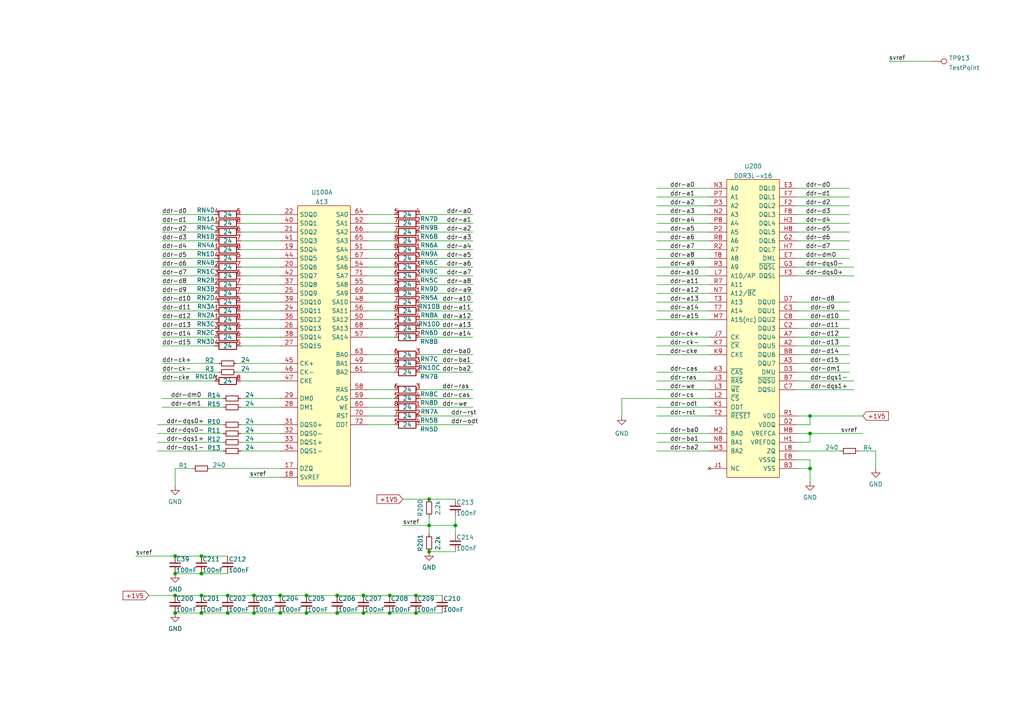
<source format=kicad_sch>
(kicad_sch (version 20211123) (generator eeschema)
  (paper "A4")
  (junction (at 120.65 172.72))
  (junction (at 105.41 177.8))
  (junction (at 124.46 144.78))
  (junction (at 58.42 166.37))
  (junction (at 88.9 177.8))
  (junction (at 234.95 120.65))
  (junction (at 81.28 177.8))
  (junction (at 120.65 177.8))
  (junction (at 113.03 172.72))
  (junction (at 50.8 166.37))
  (junction (at 58.42 161.29))
  (junction (at 66.04 172.72))
  (junction (at 50.8 172.72))
  (junction (at 124.46 152.4))
  (junction (at 81.28 172.72))
  (junction (at 66.04 177.8))
  (junction (at 113.03 177.8))
  (junction (at 88.9 172.72))
  (junction (at 97.79 172.72))
  (junction (at 50.8 177.8))
  (junction (at 58.42 177.8))
  (junction (at 234.95 125.73))
  (junction (at 73.66 177.8))
  (junction (at 234.95 135.89))
  (junction (at 132.08 152.4))
  (junction (at 58.42 172.72))
  (junction (at 105.41 172.72))
  (junction (at 73.66 172.72))
  (junction (at 124.46 160.02))
  (junction (at 97.79 177.8))
  (junction (at 50.8 161.29))
  (wire (pts (xy 121.92 97.79) (xy 137.16 97.79)))
  (wire (pts (xy 46.99 115.57) (xy 64.77 115.57)))
  (wire (pts (xy 106.68 85.09) (xy 114.3 85.09)))
  (wire (pts (xy 106.68 74.93) (xy 114.3 74.93)))
  (wire (pts (xy 121.92 102.87) (xy 137.16 102.87)))
  (wire (pts (xy 190.5 67.31) (xy 205.74 67.31)))
  (wire (pts (xy 234.95 123.19) (xy 234.95 120.65)))
  (wire (pts (xy 234.95 135.89) (xy 234.95 139.7)))
  (wire (pts (xy 121.92 107.95) (xy 137.16 107.95)))
  (wire (pts (xy 73.66 177.8) (xy 81.28 177.8)))
  (wire (pts (xy 190.5 85.09) (xy 205.74 85.09)))
  (wire (pts (xy 190.5 77.47) (xy 205.74 77.47)))
  (wire (pts (xy 106.68 92.71) (xy 114.3 92.71)))
  (wire (pts (xy 50.8 172.72) (xy 58.42 172.72)))
  (wire (pts (xy 180.34 115.57) (xy 180.34 120.65)))
  (wire (pts (xy 190.5 64.77) (xy 205.74 64.77)))
  (wire (pts (xy 121.92 62.23) (xy 137.16 62.23)))
  (wire (pts (xy 106.68 97.79) (xy 114.3 97.79)))
  (wire (pts (xy 69.85 64.77) (xy 81.28 64.77)))
  (wire (pts (xy 234.95 128.27) (xy 234.95 125.73)))
  (wire (pts (xy 45.72 128.27) (xy 64.77 128.27)))
  (wire (pts (xy 106.68 123.19) (xy 114.3 123.19)))
  (wire (pts (xy 120.65 177.8) (xy 128.27 177.8)))
  (wire (pts (xy 190.5 57.15) (xy 205.74 57.15)))
  (wire (pts (xy 46.99 107.95) (xy 63.5 107.95)))
  (wire (pts (xy 106.68 95.25) (xy 114.3 95.25)))
  (wire (pts (xy 45.72 130.81) (xy 64.77 130.81)))
  (wire (pts (xy 190.5 113.03) (xy 205.74 113.03)))
  (wire (pts (xy 69.85 77.47) (xy 81.28 77.47)))
  (wire (pts (xy 46.99 62.23) (xy 62.23 62.23)))
  (wire (pts (xy 132.08 149.86) (xy 132.08 152.4)))
  (wire (pts (xy 124.46 160.02) (xy 132.08 160.02)))
  (wire (pts (xy 121.92 120.65) (xy 137.16 120.65)))
  (wire (pts (xy 60.96 135.89) (xy 81.28 135.89)))
  (wire (pts (xy 190.5 80.01) (xy 205.74 80.01)))
  (wire (pts (xy 116.84 152.4) (xy 124.46 152.4)))
  (wire (pts (xy 190.5 120.65) (xy 205.74 120.65)))
  (wire (pts (xy 72.39 138.43) (xy 81.28 138.43)))
  (wire (pts (xy 50.8 177.8) (xy 58.42 177.8)))
  (wire (pts (xy 105.41 177.8) (xy 113.03 177.8)))
  (wire (pts (xy 46.99 82.55) (xy 62.23 82.55)))
  (wire (pts (xy 66.04 177.8) (xy 73.66 177.8)))
  (wire (pts (xy 106.68 115.57) (xy 114.3 115.57)))
  (wire (pts (xy 46.99 92.71) (xy 62.23 92.71)))
  (wire (pts (xy 69.85 128.27) (xy 81.28 128.27)))
  (wire (pts (xy 231.14 69.85) (xy 246.38 69.85)))
  (wire (pts (xy 124.46 152.4) (xy 132.08 152.4)))
  (wire (pts (xy 106.68 120.65) (xy 114.3 120.65)))
  (wire (pts (xy 234.95 133.35) (xy 234.95 135.89)))
  (wire (pts (xy 69.85 100.33) (xy 81.28 100.33)))
  (wire (pts (xy 121.92 113.03) (xy 137.16 113.03)))
  (wire (pts (xy 121.92 74.93) (xy 137.16 74.93)))
  (wire (pts (xy 46.99 105.41) (xy 63.5 105.41)))
  (wire (pts (xy 120.65 172.72) (xy 128.27 172.72)))
  (wire (pts (xy 69.85 90.17) (xy 81.28 90.17)))
  (wire (pts (xy 46.99 72.39) (xy 62.23 72.39)))
  (wire (pts (xy 46.99 74.93) (xy 62.23 74.93)))
  (wire (pts (xy 190.5 130.81) (xy 205.74 130.81)))
  (wire (pts (xy 43.18 172.72) (xy 50.8 172.72)))
  (wire (pts (xy 46.99 87.63) (xy 62.23 87.63)))
  (wire (pts (xy 231.14 110.49) (xy 247.65 110.49)))
  (wire (pts (xy 190.5 69.85) (xy 205.74 69.85)))
  (wire (pts (xy 69.85 97.79) (xy 81.28 97.79)))
  (wire (pts (xy 231.14 64.77) (xy 246.38 64.77)))
  (wire (pts (xy 254 130.81) (xy 254 135.89)))
  (wire (pts (xy 231.14 92.71) (xy 246.38 92.71)))
  (wire (pts (xy 69.85 110.49) (xy 81.28 110.49)))
  (wire (pts (xy 234.95 120.65) (xy 250.19 120.65)))
  (wire (pts (xy 69.85 123.19) (xy 81.28 123.19)))
  (wire (pts (xy 69.85 67.31) (xy 81.28 67.31)))
  (wire (pts (xy 68.58 105.41) (xy 81.28 105.41)))
  (wire (pts (xy 39.37 161.29) (xy 50.8 161.29)))
  (wire (pts (xy 116.84 144.78) (xy 124.46 144.78)))
  (wire (pts (xy 58.42 161.29) (xy 66.04 161.29)))
  (wire (pts (xy 190.5 102.87) (xy 205.74 102.87)))
  (wire (pts (xy 231.14 95.25) (xy 246.38 95.25)))
  (wire (pts (xy 231.14 123.19) (xy 234.95 123.19)))
  (wire (pts (xy 106.68 64.77) (xy 114.3 64.77)))
  (wire (pts (xy 190.5 82.55) (xy 205.74 82.55)))
  (wire (pts (xy 234.95 125.73) (xy 250.19 125.73)))
  (wire (pts (xy 50.8 166.37) (xy 58.42 166.37)))
  (wire (pts (xy 231.14 120.65) (xy 234.95 120.65)))
  (wire (pts (xy 97.79 172.72) (xy 105.41 172.72)))
  (wire (pts (xy 69.85 80.01) (xy 81.28 80.01)))
  (wire (pts (xy 69.85 95.25) (xy 81.28 95.25)))
  (wire (pts (xy 231.14 62.23) (xy 246.38 62.23)))
  (wire (pts (xy 121.92 69.85) (xy 137.16 69.85)))
  (wire (pts (xy 113.03 172.72) (xy 120.65 172.72)))
  (wire (pts (xy 46.99 118.11) (xy 64.77 118.11)))
  (wire (pts (xy 69.85 125.73) (xy 81.28 125.73)))
  (wire (pts (xy 69.85 85.09) (xy 81.28 85.09)))
  (wire (pts (xy 231.14 54.61) (xy 246.38 54.61)))
  (wire (pts (xy 45.72 125.73) (xy 64.77 125.73)))
  (wire (pts (xy 121.92 92.71) (xy 137.16 92.71)))
  (wire (pts (xy 88.9 172.72) (xy 97.79 172.72)))
  (wire (pts (xy 69.85 92.71) (xy 81.28 92.71)))
  (wire (pts (xy 231.14 74.93) (xy 246.38 74.93)))
  (wire (pts (xy 121.92 90.17) (xy 137.16 90.17)))
  (wire (pts (xy 121.92 95.25) (xy 137.16 95.25)))
  (wire (pts (xy 231.14 77.47) (xy 247.65 77.47)))
  (wire (pts (xy 190.5 97.79) (xy 205.74 97.79)))
  (wire (pts (xy 231.14 102.87) (xy 246.38 102.87)))
  (wire (pts (xy 106.68 107.95) (xy 114.3 107.95)))
  (wire (pts (xy 113.03 177.8) (xy 120.65 177.8)))
  (wire (pts (xy 190.5 72.39) (xy 205.74 72.39)))
  (wire (pts (xy 231.14 80.01) (xy 247.65 80.01)))
  (wire (pts (xy 106.68 87.63) (xy 114.3 87.63)))
  (wire (pts (xy 231.14 125.73) (xy 234.95 125.73)))
  (wire (pts (xy 124.46 144.78) (xy 132.08 144.78)))
  (wire (pts (xy 106.68 77.47) (xy 114.3 77.47)))
  (wire (pts (xy 121.92 118.11) (xy 137.16 118.11)))
  (wire (pts (xy 231.14 100.33) (xy 246.38 100.33)))
  (wire (pts (xy 190.5 92.71) (xy 205.74 92.71)))
  (wire (pts (xy 46.99 67.31) (xy 62.23 67.31)))
  (wire (pts (xy 231.14 90.17) (xy 246.38 90.17)))
  (wire (pts (xy 121.92 123.19) (xy 137.16 123.19)))
  (wire (pts (xy 190.5 107.95) (xy 205.74 107.95)))
  (wire (pts (xy 121.92 64.77) (xy 137.16 64.77)))
  (wire (pts (xy 231.14 67.31) (xy 246.38 67.31)))
  (wire (pts (xy 46.99 69.85) (xy 62.23 69.85)))
  (wire (pts (xy 190.5 110.49) (xy 205.74 110.49)))
  (wire (pts (xy 66.04 172.72) (xy 73.66 172.72)))
  (wire (pts (xy 106.68 102.87) (xy 114.3 102.87)))
  (wire (pts (xy 46.99 95.25) (xy 62.23 95.25)))
  (wire (pts (xy 69.85 115.57) (xy 81.28 115.57)))
  (wire (pts (xy 231.14 107.95) (xy 246.38 107.95)))
  (wire (pts (xy 46.99 85.09) (xy 62.23 85.09)))
  (wire (pts (xy 81.28 177.8) (xy 88.9 177.8)))
  (wire (pts (xy 46.99 64.77) (xy 62.23 64.77)))
  (wire (pts (xy 180.34 115.57) (xy 205.74 115.57)))
  (wire (pts (xy 231.14 59.69) (xy 246.38 59.69)))
  (wire (pts (xy 106.68 62.23) (xy 114.3 62.23)))
  (wire (pts (xy 121.92 85.09) (xy 137.16 85.09)))
  (wire (pts (xy 190.5 62.23) (xy 205.74 62.23)))
  (wire (pts (xy 121.92 72.39) (xy 137.16 72.39)))
  (wire (pts (xy 190.5 128.27) (xy 205.74 128.27)))
  (wire (pts (xy 58.42 177.8) (xy 66.04 177.8)))
  (wire (pts (xy 105.41 172.72) (xy 113.03 172.72)))
  (wire (pts (xy 69.85 82.55) (xy 81.28 82.55)))
  (wire (pts (xy 190.5 125.73) (xy 205.74 125.73)))
  (wire (pts (xy 58.42 166.37) (xy 66.04 166.37)))
  (wire (pts (xy 46.99 110.49) (xy 62.23 110.49)))
  (wire (pts (xy 121.92 105.41) (xy 137.16 105.41)))
  (wire (pts (xy 50.8 135.89) (xy 50.8 140.97)))
  (wire (pts (xy 46.99 90.17) (xy 62.23 90.17)))
  (wire (pts (xy 69.85 87.63) (xy 81.28 87.63)))
  (wire (pts (xy 190.5 90.17) (xy 205.74 90.17)))
  (wire (pts (xy 46.99 97.79) (xy 62.23 97.79)))
  (wire (pts (xy 190.5 87.63) (xy 205.74 87.63)))
  (wire (pts (xy 88.9 177.8) (xy 97.79 177.8)))
  (wire (pts (xy 231.14 133.35) (xy 234.95 133.35)))
  (wire (pts (xy 46.99 80.01) (xy 62.23 80.01)))
  (wire (pts (xy 231.14 113.03) (xy 247.65 113.03)))
  (wire (pts (xy 190.5 54.61) (xy 205.74 54.61)))
  (wire (pts (xy 106.68 113.03) (xy 114.3 113.03)))
  (wire (pts (xy 106.68 118.11) (xy 114.3 118.11)))
  (wire (pts (xy 46.99 100.33) (xy 62.23 100.33)))
  (wire (pts (xy 231.14 128.27) (xy 234.95 128.27)))
  (wire (pts (xy 190.5 100.33) (xy 205.74 100.33)))
  (wire (pts (xy 81.28 172.72) (xy 88.9 172.72)))
  (wire (pts (xy 68.58 107.95) (xy 81.28 107.95)))
  (wire (pts (xy 231.14 72.39) (xy 246.38 72.39)))
  (wire (pts (xy 45.72 123.19) (xy 64.77 123.19)))
  (wire (pts (xy 106.68 67.31) (xy 114.3 67.31)))
  (wire (pts (xy 69.85 69.85) (xy 81.28 69.85)))
  (wire (pts (xy 124.46 152.4) (xy 124.46 154.94)))
  (wire (pts (xy 121.92 77.47) (xy 137.16 77.47)))
  (wire (pts (xy 248.92 130.81) (xy 254 130.81)))
  (wire (pts (xy 190.5 118.11) (xy 205.74 118.11)))
  (wire (pts (xy 190.5 74.93) (xy 205.74 74.93)))
  (wire (pts (xy 231.14 135.89) (xy 234.95 135.89)))
  (wire (pts (xy 231.14 105.41) (xy 246.38 105.41)))
  (wire (pts (xy 69.85 130.81) (xy 81.28 130.81)))
  (wire (pts (xy 124.46 149.86) (xy 124.46 152.4)))
  (wire (pts (xy 106.68 105.41) (xy 114.3 105.41)))
  (wire (pts (xy 69.85 72.39) (xy 81.28 72.39)))
  (wire (pts (xy 121.92 87.63) (xy 137.16 87.63)))
  (wire (pts (xy 121.92 82.55) (xy 137.16 82.55)))
  (wire (pts (xy 106.68 69.85) (xy 114.3 69.85)))
  (wire (pts (xy 73.66 172.72) (xy 81.28 172.72)))
  (wire (pts (xy 46.99 77.47) (xy 62.23 77.47)))
  (wire (pts (xy 106.68 90.17) (xy 114.3 90.17)))
  (wire (pts (xy 231.14 87.63) (xy 246.38 87.63)))
  (wire (pts (xy 69.85 62.23) (xy 81.28 62.23)))
  (wire (pts (xy 58.42 172.72) (xy 66.04 172.72)))
  (wire (pts (xy 121.92 67.31) (xy 137.16 67.31)))
  (wire (pts (xy 55.88 135.89) (xy 50.8 135.89)))
  (wire (pts (xy 69.85 118.11) (xy 81.28 118.11)))
  (wire (pts (xy 257.81 17.78) (xy 270.51 17.78)))
  (wire (pts (xy 231.14 57.15) (xy 246.38 57.15)))
  (wire (pts (xy 121.92 80.01) (xy 137.16 80.01)))
  (wire (pts (xy 106.68 82.55) (xy 114.3 82.55)))
  (wire (pts (xy 69.85 74.93) (xy 81.28 74.93)))
  (wire (pts (xy 106.68 72.39) (xy 114.3 72.39)))
  (wire (pts (xy 132.08 154.94) (xy 132.08 152.4)))
  (wire (pts (xy 97.79 177.8) (xy 105.41 177.8)))
  (wire (pts (xy 190.5 59.69) (xy 205.74 59.69)))
  (wire (pts (xy 121.92 115.57) (xy 137.16 115.57)))
  (wire (pts (xy 231.14 97.79) (xy 246.38 97.79)))
  (wire (pts (xy 231.14 130.81) (xy 243.84 130.81)))
  (wire (pts (xy 106.68 80.01) (xy 114.3 80.01)))
  (wire (pts (xy 50.8 161.29) (xy 58.42 161.29)))
  (label "ddr-ras" (at 128.27 113.03 0))
  (label "ddr-a12" (at 194.31 85.09 0))
  (label "ddr-dqs0-" (at 48.26 125.73 0))
  (label "ddr-ck+" (at 194.31 97.79 0))
  (label "ddr-a2" (at 194.31 59.69 0))
  (label "ddr-dm1" (at 234.95 107.95 0))
  (label "ddr-dqs0-" (at 233.68 77.47 0))
  (label "ddr-a0" (at 194.31 54.61 0))
  (label "ddr-d0" (at 233.68 54.61 0))
  (label "ddr-d13" (at 234.95 100.33 0))
  (label "ddr-d10" (at 46.99 87.63 0))
  (label "ddr-a3" (at 194.31 62.23 0))
  (label "ddr-a9" (at 194.31 77.47 0))
  (label "ddr-a15" (at 194.31 92.71 0))
  (label "ddr-ba2" (at 194.31 130.81 0))
  (label "ddr-we" (at 128.27 118.11 0))
  (label "ddr-d7" (at 233.68 72.39 0))
  (label "ddr-rst" (at 130.81 120.65 0))
  (label "ddr-d3" (at 233.68 62.23 0))
  (label "ddr-d11" (at 46.99 90.17 0))
  (label "ddr-cs" (at 194.31 115.57 0))
  (label "ddr-d2" (at 46.99 67.31 0))
  (label "ddr-odt" (at 130.81 123.19 0))
  (label "ddr-d1" (at 233.68 57.15 0))
  (label "ddr-ras" (at 194.31 110.49 0))
  (label "svref" (at 72.39 138.43 0))
  (label "ddr-d7" (at 46.99 80.01 0))
  (label "ddr-dm1" (at 49.53 118.11 0))
  (label "ddr-a13" (at 128.27 95.25 0))
  (label "ddr-ba0" (at 128.27 102.87 0))
  (label "ddr-a7" (at 129.54 80.01 0))
  (label "ddr-cas" (at 194.31 107.95 0))
  (label "ddr-a2" (at 129.54 67.31 0))
  (label "ddr-odt" (at 194.31 118.11 0))
  (label "ddr-a3" (at 129.54 69.85 0))
  (label "ddr-we" (at 194.31 113.03 0))
  (label "ddr-d1" (at 46.99 64.77 0))
  (label "ddr-a10" (at 194.31 80.01 0))
  (label "ddr-a4" (at 129.54 72.39 0))
  (label "ddr-a6" (at 129.54 77.47 0))
  (label "ddr-d11" (at 234.95 95.25 0))
  (label "ddr-a1" (at 129.54 64.77 0))
  (label "ddr-cas" (at 128.27 115.57 0))
  (label "ddr-dqs1+" (at 48.26 128.27 0))
  (label "ddr-a10" (at 128.27 87.63 0))
  (label "ddr-d14" (at 234.95 102.87 0))
  (label "ddr-d5" (at 233.68 67.31 0))
  (label "ddr-a0" (at 129.54 62.23 0))
  (label "ddr-a13" (at 194.31 87.63 0))
  (label "ddr-rst" (at 194.31 120.65 0))
  (label "ddr-ck+" (at 46.99 105.41 0))
  (label "ddr-d5" (at 46.99 74.93 0))
  (label "ddr-cke" (at 194.31 102.87 0))
  (label "ddr-d6" (at 46.99 77.47 0))
  (label "ddr-dqs1-" (at 48.26 130.81 0))
  (label "ddr-a8" (at 129.54 82.55 0))
  (label "ddr-dqs1-" (at 234.95 110.49 0))
  (label "ddr-a14" (at 128.27 97.79 0))
  (label "ddr-ck-" (at 46.99 107.95 0))
  (label "ddr-dqs0+" (at 48.26 123.19 0))
  (label "ddr-dqs0+" (at 233.68 80.01 0))
  (label "ddr-ba0" (at 194.31 125.73 0))
  (label "ddr-dm0" (at 49.53 115.57 0))
  (label "ddr-d12" (at 234.95 97.79 0))
  (label "svref" (at 243.84 125.73 0))
  (label "svref" (at 39.37 161.29 0))
  (label "ddr-a14" (at 194.31 90.17 0))
  (label "ddr-dqs1+" (at 234.95 113.03 0))
  (label "ddr-d9" (at 46.99 85.09 0))
  (label "ddr-ba1" (at 128.27 105.41 0))
  (label "ddr-dm0" (at 233.68 74.93 0))
  (label "ddr-d10" (at 234.95 92.71 0))
  (label "ddr-a8" (at 194.31 74.93 0))
  (label "ddr-a5" (at 129.54 74.93 0))
  (label "ddr-ba1" (at 194.31 128.27 0))
  (label "ddr-d9" (at 234.95 90.17 0))
  (label "ddr-a7" (at 194.31 72.39 0))
  (label "svref" (at 116.84 152.4 0))
  (label "ddr-d15" (at 234.95 105.41 0))
  (label "ddr-a12" (at 128.27 92.71 0))
  (label "ddr-a9" (at 129.54 85.09 0))
  (label "ddr-a1" (at 194.31 57.15 0))
  (label "ddr-a6" (at 194.31 69.85 0))
  (label "ddr-d0" (at 46.99 62.23 0))
  (label "ddr-d6" (at 233.68 69.85 0))
  (label "ddr-d4" (at 46.99 72.39 0))
  (label "ddr-a5" (at 194.31 67.31 0))
  (label "ddr-cke" (at 46.99 110.49 0))
  (label "ddr-d8" (at 234.95 87.63 0))
  (label "ddr-d4" (at 233.68 64.77 0))
  (label "ddr-d2" (at 233.68 59.69 0))
  (label "svref" (at 257.81 17.78 0))
  (label "ddr-d15" (at 46.99 100.33 0))
  (label "ddr-d13" (at 46.99 95.25 0))
  (label "ddr-ba2" (at 128.27 107.95 0))
  (label "ddr-a11" (at 194.31 82.55 0))
  (label "ddr-d12" (at 46.99 92.71 0))
  (label "ddr-a11" (at 128.27 90.17 0))
  (label "ddr-d14" (at 46.99 97.79 0))
  (label "ddr-d8" (at 46.99 82.55 0))
  (label "ddr-a4" (at 194.31 64.77 0))
  (label "ddr-ck-" (at 194.31 100.33 0))
  (label "ddr-d3" (at 46.99 69.85 0))
  (global_label "+1V5" (shape input) (at 250.19 120.65 0) (property "Intersheet References" "${INTERSHEET_REFS}" (effects hide)))
  (global_label "+1V5" (shape input) (at 116.84 144.78 180) (property "Intersheet References" "${INTERSHEET_REFS}" (effects hide)))
  (global_label "+1V5" (shape input) (at 43.18 172.72 180) (property "Intersheet References" "${INTERSHEET_REFS}" (effects hide)))
  (symbol (lib_id "Device:R_Small") (at 67.31 130.81 90) (unit 1)
    (property "Reference" "R13" (at 62.0373 129.9098 90))
    (property "Value" "24" (at 72.4339 129.7885 90))
    (property "Footprint" "Resistor_SMD:R_0402_1005Metric" (effects hide))
  )
  (symbol (lib_id "Device:R_Pack04_Split") (at 118.11 77.47 90) (mirror x) (unit 3)
    (property "Reference" "RN9" (at 124.46 78.74 90))
    (property "Value" "24" (at 118.11 77.47 90))
    (property "Footprint" "Resistor_SMD:R_Array_Concave_4x0402" (effects hide))
  )
  (symbol (lib_id "Device:R_Pack04_Split") (at 118.11 72.39 90) (mirror x) (unit 1)
    (property "Reference" "RN9" (at 124.46 73.66 90))
    (property "Value" "24" (at 118.11 72.39 90))
    (property "Footprint" "Resistor_SMD:R_Array_Concave_4x0402" (effects hide))
  )
  (symbol (lib_id "Device:R_Pack04_Split") (at 66.04 77.47 270) (mirror x) (unit 2)
    (property "Reference" "RN4" (at 59.69 76.2 90))
    (property "Value" "24" (at 66.04 77.47 90))
    (property "Footprint" "Resistor_SMD:R_Array_Concave_4x0402" (effects hide))
  )
  (symbol (lib_id "Device:R_Pack04_Split") (at 118.11 69.85 90) (mirror x) (unit 1)
    (property "Reference" "RN6" (at 124.46 71.12 90))
    (property "Value" "24" (at 118.11 69.85 90))
    (property "Footprint" "Resistor_SMD:R_Array_Concave_4x0402" (effects hide))
  )
  (symbol (lib_id "power:GND") (at 234.95 139.7 0) (unit 1)
    (property "Reference" "#PWR0102" (effects hide))
    (property "Value" "GND" (at 234.95 144.2626 0))
  )
  (symbol (lib_id "Device:R_Small") (at 66.04 107.95 90) (unit 1)
    (property "Reference" "R3" (at 60.7673 107.0498 90))
    (property "Value" "24" (at 71.1639 106.9285 90))
    (property "Footprint" "Resistor_SMD:R_0402_1005Metric" (effects hide))
  )
  (symbol (lib_id "Device:R_Pack04_Split") (at 118.11 62.23 90) (mirror x) (unit 4)
    (property "Reference" "RN7" (at 124.46 63.5 90))
    (property "Value" "24" (at 118.11 62.23 90))
    (property "Footprint" "Resistor_SMD:R_Array_Concave_4x0402" (effects hide))
  )
  (symbol (lib_id "Device:C_Small") (at 105.41 175.26 0) (unit 1)
    (property "Reference" "C207" (at 105.6851 173.6334 0) (effects (justify left)))
    (property "Value" "100nF" (at 105.6366 176.8195 0) (effects (justify left)))
    (property "Footprint" "Capacitor_SMD:C_0402_1005Metric" (effects hide))
  )
  (symbol (lib_id "Device:C_Small") (at 120.65 175.26 0) (unit 1)
    (property "Reference" "C209" (at 120.9251 173.6334 0) (effects (justify left)))
    (property "Value" "100nF" (at 120.8766 176.8195 0) (effects (justify left)))
    (property "Footprint" "Capacitor_SMD:C_0402_1005Metric" (effects hide))
  )
  (symbol (lib_id "Device:R_Small") (at 67.31 125.73 90) (unit 1)
    (property "Reference" "R11" (at 62.0373 124.8298 90))
    (property "Value" "24" (at 72.4339 124.7085 90))
    (property "Footprint" "Resistor_SMD:R_0402_1005Metric" (effects hide))
  )
  (symbol (lib_id "Device:R_Pack04_Split") (at 66.04 67.31 270) (mirror x) (unit 3)
    (property "Reference" "RN4" (at 59.69 66.04 90))
    (property "Value" "24" (at 66.04 67.31 90))
    (property "Footprint" "Resistor_SMD:R_Array_Concave_4x0402" (effects hide))
  )
  (symbol (lib_id "Device:C_Small") (at 97.79 175.26 0) (unit 1)
    (property "Reference" "C206" (at 98.0651 173.6334 0) (effects (justify left)))
    (property "Value" "100nF" (at 98.0166 176.8195 0) (effects (justify left)))
    (property "Footprint" "Capacitor_SMD:C_0402_1005Metric" (effects hide))
  )
  (symbol (lib_id "Device:R_Pack04_Split") (at 66.04 100.33 270) (mirror x) (unit 4)
    (property "Reference" "RN3" (at 59.69 99.06 90))
    (property "Value" "24" (at 66.04 100.33 90))
    (property "Footprint" "Resistor_SMD:R_Array_Concave_4x0402" (effects hide))
  )
  (symbol (lib_id "Device:R_Pack04_Split") (at 118.11 95.25 90) (mirror x) (unit 4)
    (property "Reference" "RN6" (at 124.46 96.52 90))
    (property "Value" "24" (at 118.11 95.25 90))
    (property "Footprint" "Resistor_SMD:R_Array_Concave_4x0402" (effects hide))
  )
  (symbol (lib_id "Device:R_Pack04_Split") (at 66.04 85.09 270) (mirror x) (unit 2)
    (property "Reference" "RN3" (at 59.69 83.82 90))
    (property "Value" "24" (at 66.04 85.09 90))
    (property "Footprint" "Resistor_SMD:R_Array_Concave_4x0402" (effects hide))
  )
  (symbol (lib_id "Device:C_Small") (at 50.8 175.26 0) (unit 1)
    (property "Reference" "C200" (at 51.0751 173.6334 0) (effects (justify left)))
    (property "Value" "100nF" (at 51.0266 176.8195 0) (effects (justify left)))
    (property "Footprint" "Capacitor_SMD:C_0402_1005Metric" (effects hide))
  )
  (symbol (lib_id "Device:R_Pack04_Split") (at 66.04 95.25 270) (mirror x) (unit 3)
    (property "Reference" "RN3" (at 59.69 93.98 90))
    (property "Value" "24" (at 66.04 95.25 90))
    (property "Footprint" "Resistor_SMD:R_Array_Concave_4x0402" (effects hide))
  )
  (symbol (lib_id "Device:R_Small") (at 58.42 135.89 90) (unit 1)
    (property "Reference" "R1" (at 53.1473 134.9898 90))
    (property "Value" "240" (at 63.5439 134.8685 90))
    (property "Footprint" "Resistor_SMD:R_0402_1005Metric" (effects hide))
  )
  (symbol (lib_id "Device:R_Pack04_Split") (at 66.04 82.55 270) (mirror x) (unit 2)
    (property "Reference" "RN2" (at 59.69 81.28 90))
    (property "Value" "24" (at 66.04 82.55 90))
    (property "Footprint" "Resistor_SMD:R_Array_Concave_4x0402" (effects hide))
  )
  (symbol (lib_id "Device:R_Small") (at 124.46 147.32 180) (unit 1)
    (property "Reference" "R200" (at 121.92 147.32 90))
    (property "Value" "2.2k" (at 127 147.32 90))
    (property "Footprint" "Resistor_SMD:R_0402_1005Metric" (effects hide))
  )
  (symbol (lib_id "Device:C_Small") (at 58.42 163.83 0) (unit 1)
    (property "Reference" "C211" (at 58.6951 162.2034 0) (effects (justify left)))
    (property "Value" "100nF" (at 58.6466 165.3895 0) (effects (justify left)))
    (property "Footprint" "Capacitor_SMD:C_0402_1005Metric" (effects hide))
  )
  (symbol (lib_id "Device:R_Pack04_Split") (at 66.04 72.39 270) (mirror x) (unit 1)
    (property "Reference" "RN4" (at 59.69 71.12 90))
    (property "Value" "24" (at 66.04 72.39 90))
    (property "Footprint" "Resistor_SMD:R_Array_Concave_4x0402" (effects hide))
  )
  (symbol (lib_id "Device:R_Pack04_Split") (at 66.04 80.01 270) (mirror x) (unit 3)
    (property "Reference" "RN1" (at 59.69 78.74 90))
    (property "Value" "24" (at 66.04 80.01 90))
    (property "Footprint" "Resistor_SMD:R_Array_Concave_4x0402" (effects hide))
  )
  (symbol (lib_id "Device:R_Pack04_Split") (at 118.11 107.95 90) (mirror x) (unit 2)
    (property "Reference" "RN7" (at 124.46 109.22 90))
    (property "Value" "24" (at 118.11 107.95 90))
    (property "Footprint" "Resistor_SMD:R_Array_Concave_4x0402" (effects hide))
  )
  (symbol (lib_id "Device:R_Pack04_Split") (at 118.11 80.01 90) (mirror x) (unit 3)
    (property "Reference" "RN5" (at 124.46 81.28 90))
    (property "Value" "24" (at 118.11 80.01 90))
    (property "Footprint" "Resistor_SMD:R_Array_Concave_4x0402" (effects hide))
  )
  (symbol (lib_id "Device:R_Pack04_Split") (at 118.11 87.63 90) (mirror x) (unit 2)
    (property "Reference" "RN10" (at 124.46 88.9 90))
    (property "Value" "24" (at 118.11 87.63 90))
    (property "Footprint" "Resistor_SMD:R_Array_Concave_4x0402" (effects hide))
  )
  (symbol (lib_id "Device:R_Small") (at 66.04 105.41 90) (unit 1)
    (property "Reference" "R2" (at 60.7673 104.5098 90))
    (property "Value" "24" (at 71.1639 104.3885 90))
    (property "Footprint" "Resistor_SMD:R_0402_1005Metric" (effects hide))
  )
  (symbol (lib_id "Device:R_Pack04_Split") (at 66.04 90.17 270) (mirror x) (unit 1)
    (property "Reference" "RN3" (at 59.69 88.9 90))
    (property "Value" "24" (at 66.04 90.17 90))
    (property "Footprint" "Resistor_SMD:R_Array_Concave_4x0402" (effects hide))
  )
  (symbol (lib_id "Device:R_Pack04_Split") (at 118.11 118.11 90) (mirror x) (unit 1)
    (property "Reference" "RN7" (at 124.46 119.38 90))
    (property "Value" "24" (at 118.11 118.11 90))
    (property "Footprint" "Resistor_SMD:R_Array_Concave_4x0402" (effects hide))
  )
  (symbol (lib_id "Device:R_Pack04_Split") (at 118.11 120.65 90) (mirror x) (unit 2)
    (property "Reference" "RN5" (at 124.46 121.92 90))
    (property "Value" "24" (at 118.11 120.65 90))
    (property "Footprint" "Resistor_SMD:R_Array_Concave_4x0402" (effects hide))
  )
  (symbol (lib_id "Device:R_Pack04_Split") (at 118.11 105.41 90) (mirror x) (unit 3)
    (property "Reference" "RN10" (at 124.46 106.68 90))
    (property "Value" "24" (at 118.11 105.41 90))
    (property "Footprint" "Resistor_SMD:R_Array_Concave_4x0402" (effects hide))
  )
  (symbol (lib_id "Device:R_Pack04_Split") (at 66.04 97.79 270) (mirror x) (unit 3)
    (property "Reference" "RN2" (at 59.69 96.52 90))
    (property "Value" "24" (at 66.04 97.79 90))
    (property "Footprint" "Resistor_SMD:R_Array_Concave_4x0402" (effects hide))
  )
  (symbol (lib_id "winbond:DDR3L-x16") (at 218.44 101.6 0) (unit 1)
    (property "Reference" "U200" (at 218.44 48.2304 0))
    (property "Value" "DDR3L-x16" (at 218.44 51.0055 0))
    (property "Footprint" "winbond:BGA-96_9x14mm_P0.8mm" (effects hide))
  )
  (symbol (lib_id "power:GND") (at 50.8 177.8 0) (unit 1)
    (property "Reference" "#PWR0132" (effects hide))
    (property "Value" "GND" (at 50.8 182.3626 0))
  )
  (symbol (lib_id "Device:C_Small") (at 66.04 175.26 0) (unit 1)
    (property "Reference" "C202" (at 66.3151 173.6334 0) (effects (justify left)))
    (property "Value" "100nF" (at 66.2666 176.8195 0) (effects (justify left)))
    (property "Footprint" "Capacitor_SMD:C_0402_1005Metric" (effects hide))
  )
  (symbol (lib_id "Device:R_Pack04_Split") (at 66.04 87.63 270) (mirror x) (unit 4)
    (property "Reference" "RN2" (at 59.69 86.36 90))
    (property "Value" "24" (at 66.04 87.63 90))
    (property "Footprint" "Resistor_SMD:R_Array_Concave_4x0402" (effects hide))
  )
  (symbol (lib_id "Device:R_Small") (at 67.31 123.19 90) (unit 1)
    (property "Reference" "R10" (at 62.0373 122.2898 90))
    (property "Value" "24" (at 72.4339 122.1685 90))
    (property "Footprint" "Resistor_SMD:R_0402_1005Metric" (effects hide))
  )
  (symbol (lib_id "Device:C_Small") (at 132.08 157.48 0) (unit 1)
    (property "Reference" "C214" (at 132.3551 155.8534 0) (effects (justify left)))
    (property "Value" "100nF" (at 132.3066 159.0395 0) (effects (justify left)))
    (property "Footprint" "Capacitor_SMD:C_0402_1005Metric" (effects hide))
  )
  (symbol (lib_id "allwinner:A13") (at 93.98 59.69 0) (unit 1)
    (property "Reference" "U100" (at 93.345 55.7742 0))
    (property "Value" "A13" (at 93.345 58.5493 0))
    (property "Footprint" "allwinner:LQFP-176_20x20mm_P0.4mm" (effects hide))
  )
  (symbol (lib_id "Device:R_Pack04_Split") (at 118.11 74.93 90) (mirror x) (unit 3)
    (property "Reference" "RN6" (at 124.46 76.2 90))
    (property "Value" "24" (at 118.11 74.93 90))
    (property "Footprint" "Resistor_SMD:R_Array_Concave_4x0402" (effects hide))
  )
  (symbol (lib_id "Device:R_Pack04_Split") (at 118.11 102.87 90) (mirror x) (unit 3)
    (property "Reference" "RN7" (at 124.46 104.14 90))
    (property "Value" "24" (at 118.11 102.87 90))
    (property "Footprint" "Resistor_SMD:R_Array_Concave_4x0402" (effects hide))
  )
  (symbol (lib_id "Device:C_Small") (at 50.8 163.83 0) (unit 1)
    (property "Reference" "C39" (at 51.0751 162.2034 0) (effects (justify left)))
    (property "Value" "100nF" (at 51.0266 165.3895 0) (effects (justify left)))
    (property "Footprint" "Capacitor_SMD:C_0402_1005Metric" (effects hide))
  )
  (symbol (lib_id "Device:R_Small") (at 124.46 157.48 180) (unit 1)
    (property "Reference" "R201" (at 121.92 157.48 90))
    (property "Value" "2.2k" (at 127 157.48 90))
    (property "Footprint" "Resistor_SMD:R_0402_1005Metric" (effects hide))
  )
  (symbol (lib_id "power:GND") (at 50.8 140.97 0) (unit 1)
    (property "Reference" "#PWR0104" (effects hide))
    (property "Value" "GND" (at 50.8 145.5326 0))
  )
  (symbol (lib_id "Device:R_Pack04_Split") (at 118.11 85.09 90) (mirror x) (unit 1)
    (property "Reference" "RN5" (at 124.46 86.36 90))
    (property "Value" "24" (at 118.11 85.09 90))
    (property "Footprint" "Resistor_SMD:R_Array_Concave_4x0402" (effects hide))
  )
  (symbol (lib_id "Device:R_Pack04_Split") (at 66.04 110.49 270) (mirror x) (unit 1)
    (property "Reference" "RN10" (at 59.69 109.22 90))
    (property "Value" "24" (at 66.04 110.49 90))
    (property "Footprint" "Resistor_SMD:R_Array_Concave_4x0402" (effects hide))
  )
  (symbol (lib_id "Device:R_Pack04_Split") (at 66.04 74.93 270) (mirror x) (unit 4)
    (property "Reference" "RN1" (at 59.69 73.66 90))
    (property "Value" "24" (at 66.04 74.93 90))
    (property "Footprint" "Resistor_SMD:R_Array_Concave_4x0402" (effects hide))
  )
  (symbol (lib_id "Device:R_Pack04_Split") (at 66.04 64.77 270) (mirror x) (unit 1)
    (property "Reference" "RN1" (at 59.69 63.5 90))
    (property "Value" "24" (at 66.04 64.77 90))
    (property "Footprint" "Resistor_SMD:R_Array_Concave_4x0402" (effects hide))
  )
  (symbol (lib_id "power:GND") (at 124.46 160.02 0) (unit 1)
    (property "Reference" "#PWR0165" (effects hide))
    (property "Value" "GND" (at 124.46 164.5826 0))
  )
  (symbol (lib_id "Device:R_Small") (at 246.38 130.81 270) (mirror x) (unit 1)
    (property "Reference" "R4" (at 251.6527 129.9098 90))
    (property "Value" "240" (at 241.2561 129.7885 90))
    (property "Footprint" "Resistor_SMD:R_0402_1005Metric" (effects hide))
  )
  (symbol (lib_id "Device:R_Pack04_Split") (at 118.11 92.71 90) (mirror x) (unit 4)
    (property "Reference" "RN10" (at 124.46 93.98 90))
    (property "Value" "24" (at 118.11 92.71 90))
    (property "Footprint" "Resistor_SMD:R_Array_Concave_4x0402" (effects hide))
  )
  (symbol (lib_id "Device:R_Small") (at 67.31 115.57 90) (unit 1)
    (property "Reference" "R14" (at 62.0373 114.6698 90))
    (property "Value" "24" (at 72.4339 114.5485 90))
    (property "Footprint" "Resistor_SMD:R_0402_1005Metric" (effects hide))
  )
  (symbol (lib_id "Device:R_Small") (at 67.31 128.27 90) (unit 1)
    (property "Reference" "R12" (at 62.0373 127.3698 90))
    (property "Value" "24" (at 72.4339 127.2485 90))
    (property "Footprint" "Resistor_SMD:R_0402_1005Metric" (effects hide))
  )
  (symbol (lib_id "Device:C_Small") (at 88.9 175.26 0) (unit 1)
    (property "Reference" "C205" (at 89.1751 173.6334 0) (effects (justify left)))
    (property "Value" "100nF" (at 89.1266 176.8195 0) (effects (justify left)))
    (property "Footprint" "Capacitor_SMD:C_0402_1005Metric" (effects hide))
  )
  (symbol (lib_id "Device:R_Pack04_Split") (at 118.11 113.03 90) (mirror x) (unit 3)
    (property "Reference" "RN8" (at 124.46 114.3 90))
    (property "Value" "24" (at 118.11 113.03 90))
    (property "Footprint" "Resistor_SMD:R_Array_Concave_4x0402" (effects hide))
  )
  (symbol (lib_id "Device:C_Small") (at 128.27 175.26 0) (unit 1)
    (property "Reference" "C210" (at 128.5451 173.6334 0) (effects (justify left)))
    (property "Value" "100nF" (at 128.4966 176.8195 0) (effects (justify left)))
    (property "Footprint" "Capacitor_SMD:C_0402_1005Metric" (effects hide))
  )
  (symbol (lib_id "Device:R_Pack04_Split") (at 118.11 115.57 90) (mirror x) (unit 4)
    (property "Reference" "RN8" (at 124.46 116.84 90))
    (property "Value" "24" (at 118.11 115.57 90))
    (property "Footprint" "Resistor_SMD:R_Array_Concave_4x0402" (effects hide))
  )
  (symbol (lib_id "Device:R_Pack04_Split") (at 66.04 69.85 270) (mirror x) (unit 2)
    (property "Reference" "RN1" (at 59.69 68.58 90))
    (property "Value" "24" (at 66.04 69.85 90))
    (property "Footprint" "Resistor_SMD:R_Array_Concave_4x0402" (effects hide))
  )
  (symbol (lib_id "Device:C_Small") (at 113.03 175.26 0) (unit 1)
    (property "Reference" "C208" (at 113.3051 173.6334 0) (effects (justify left)))
    (property "Value" "100nF" (at 113.2566 176.8195 0) (effects (justify left)))
    (property "Footprint" "Capacitor_SMD:C_0402_1005Metric" (effects hide))
  )
  (symbol (lib_id "Device:R_Pack04_Split") (at 118.11 97.79 90) (mirror x) (unit 2)
    (property "Reference" "RN8" (at 124.46 99.06 90))
    (property "Value" "24" (at 118.11 97.79 90))
    (property "Footprint" "Resistor_SMD:R_Array_Concave_4x0402" (effects hide))
  )
  (symbol (lib_id "Device:C_Small") (at 58.42 175.26 0) (unit 1)
    (property "Reference" "C201" (at 58.6951 173.6334 0) (effects (justify left)))
    (property "Value" "100nF" (at 58.6466 176.8195 0) (effects (justify left)))
    (property "Footprint" "Capacitor_SMD:C_0402_1005Metric" (effects hide))
  )
  (symbol (lib_id "power:GND") (at 254 135.89 0) (mirror y) (unit 1)
    (property "Reference" "#PWR0103" (effects hide))
    (property "Value" "GND" (at 254 140.4526 0))
  )
  (symbol (lib_id "Device:C_Small") (at 73.66 175.26 0) (unit 1)
    (property "Reference" "C203" (at 73.9351 173.6334 0) (effects (justify left)))
    (property "Value" "100nF" (at 73.8866 176.8195 0) (effects (justify left)))
    (property "Footprint" "Capacitor_SMD:C_0402_1005Metric" (effects hide))
  )
  (symbol (lib_id "Device:R_Pack04_Split") (at 118.11 64.77 90) (mirror x) (unit 2)
    (property "Reference" "RN9" (at 124.46 66.04 90))
    (property "Value" "24" (at 118.11 64.77 90))
    (property "Footprint" "Resistor_SMD:R_Array_Concave_4x0402" (effects hide))
  )
  (symbol (lib_id "Connector:TestPoint") (at 270.51 17.78 270) (unit 1)
    (property "Reference" "TP913" (at 275.2091 16.8715 90) (effects (justify left)))
    (property "Value" "TestPoint" (at 275.2091 19.6466 90) (effects (justify left)))
    (property "Footprint" "TestPoint:TestPoint_Pad_D1.0mm" (effects hide))
  )
  (symbol (lib_id "power:GND") (at 50.8 166.37 0) (unit 1)
    (property "Reference" "#PWR0131" (effects hide))
    (property "Value" "GND" (at 50.8 170.9326 0))
  )
  (symbol (lib_id "Device:R_Pack04_Split") (at 66.04 92.71 270) (mirror x) (unit 1)
    (property "Reference" "RN2" (at 59.69 91.44 90))
    (property "Value" "24" (at 66.04 92.71 90))
    (property "Footprint" "Resistor_SMD:R_Array_Concave_4x0402" (effects hide))
  )
  (symbol (lib_id "Device:R_Pack04_Split") (at 118.11 67.31 90) (mirror x) (unit 2)
    (property "Reference" "RN6" (at 124.46 68.58 90))
    (property "Value" "24" (at 118.11 67.31 90))
    (property "Footprint" "Resistor_SMD:R_Array_Concave_4x0402" (effects hide))
  )
  (symbol (lib_id "Device:R_Pack04_Split") (at 118.11 90.17 90) (mirror x) (unit 1)
    (property "Reference" "RN8" (at 124.46 91.44 90))
    (property "Value" "24" (at 118.11 90.17 90))
    (property "Footprint" "Resistor_SMD:R_Array_Concave_4x0402" (effects hide))
  )
  (symbol (lib_id "power:GND") (at 180.34 120.65 0) (unit 1)
    (property "Reference" "#PWR0101" (effects hide))
    (property "Value" "GND" (at 180.34 125.73 0))
  )
  (symbol (lib_id "Device:C_Small") (at 132.08 147.32 0) (unit 1)
    (property "Reference" "C213" (at 132.3551 145.6934 0) (effects (justify left)))
    (property "Value" "100nF" (at 132.3066 148.8795 0) (effects (justify left)))
    (property "Footprint" "Capacitor_SMD:C_0402_1005Metric" (effects hide))
  )
  (symbol (lib_id "Device:R_Pack04_Split") (at 118.11 82.55 90) (mirror x) (unit 4)
    (property "Reference" "RN9" (at 124.46 83.82 90))
    (property "Value" "24" (at 118.11 82.55 90))
    (property "Footprint" "Resistor_SMD:R_Array_Concave_4x0402" (effects hide))
  )
  (symbol (lib_id "Device:R_Pack04_Split") (at 66.04 62.23 270) (mirror x) (unit 4)
    (property "Reference" "RN4" (at 59.69 60.96 90))
    (property "Value" "24" (at 66.04 62.23 90))
    (property "Footprint" "Resistor_SMD:R_Array_Concave_4x0402" (effects hide))
  )
  (symbol (lib_id "Device:R_Small") (at 67.31 118.11 90) (unit 1)
    (property "Reference" "R15" (at 62.0373 117.2098 90))
    (property "Value" "24" (at 72.4339 117.0885 90))
    (property "Footprint" "Resistor_SMD:R_0402_1005Metric" (effects hide))
  )
  (symbol (lib_id "Device:C_Small") (at 66.04 163.83 0) (unit 1)
    (property "Reference" "C212" (at 66.3151 162.2034 0) (effects (justify left)))
    (property "Value" "100nF" (at 66.2666 165.3895 0) (effects (justify left)))
    (property "Footprint" "Capacitor_SMD:C_0402_1005Metric" (effects hide))
  )
  (symbol (lib_id "Device:R_Pack04_Split") (at 118.11 123.19 90) (mirror x) (unit 4)
    (property "Reference" "RN5" (at 124.46 124.46 90))
    (property "Value" "24" (at 118.11 123.19 90))
    (property "Footprint" "Resistor_SMD:R_Array_Concave_4x0402" (effects hide))
  )
  (symbol (lib_id "Device:C_Small") (at 81.28 175.26 0) (unit 1)
    (property "Reference" "C204" (at 81.5551 173.6334 0) (effects (justify left)))
    (property "Value" "100nF" (at 81.5066 176.8195 0) (effects (justify left)))
    (property "Footprint" "Capacitor_SMD:C_0402_1005Metric" (effects hide))
  )
)
</source>
